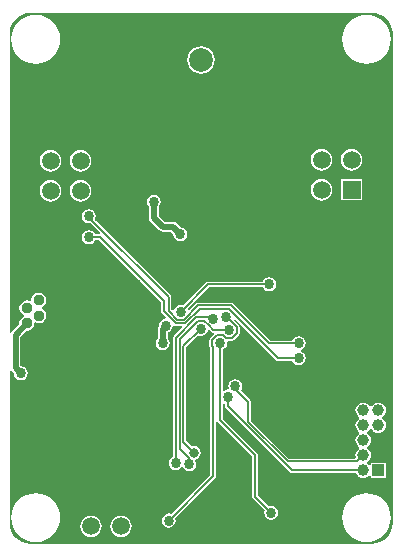
<source format=gbl>
G04 Layer_Physical_Order=2*
G04 Layer_Color=16711680*
%FSLAX24Y24*%
%MOIN*%
G70*
G01*
G75*
%ADD26C,0.0200*%
%ADD28C,0.0060*%
%ADD35R,0.0591X0.0591*%
%ADD36C,0.0591*%
%ADD37R,0.0591X0.0591*%
%ADD39C,0.0787*%
%ADD40C,0.0370*%
%ADD41C,0.0394*%
%ADD42R,0.0394X0.0394*%
%ADD43C,0.0340*%
%ADD44C,0.0320*%
%ADD45O,0.1102X0.0866*%
G36*
X5840Y11489D02*
X5967Y11451D01*
X6084Y11389D01*
X6186Y11305D01*
X6270Y11202D01*
X6333Y11085D01*
X6371Y10959D01*
X6384Y10828D01*
X6384Y10827D01*
Y-5512D01*
X6384Y-5513D01*
X6371Y-5644D01*
X6333Y-5770D01*
X6270Y-5887D01*
X6186Y-5990D01*
X6084Y-6074D01*
X5967Y-6136D01*
X5840Y-6174D01*
X5710Y-6187D01*
X5709Y-6187D01*
X-5709D01*
X-5710Y-6187D01*
X-5840Y-6174D01*
X-5967Y-6136D01*
X-6084Y-6074D01*
X-6186Y-5990D01*
X-6270Y-5887D01*
X-6333Y-5770D01*
X-6371Y-5644D01*
X-6384Y-5513D01*
X-6384Y-5512D01*
Y-427D01*
X-6338Y-396D01*
X-6334Y-396D01*
X-6301Y-445D01*
X-6238Y-509D01*
X-6239Y-512D01*
X-6221Y-601D01*
X-6170Y-678D01*
X-6094Y-728D01*
X-6004Y-746D01*
X-5914Y-728D01*
X-5838Y-678D01*
X-5787Y-601D01*
X-5770Y-512D01*
X-5787Y-422D01*
X-5838Y-346D01*
X-5914Y-295D01*
X-6004Y-277D01*
X-6023Y-233D01*
Y715D01*
X-5823Y915D01*
X-5807Y912D01*
X-5711Y931D01*
X-5630Y985D01*
X-5576Y1066D01*
X-5557Y1161D01*
X-5558Y1163D01*
X-5516Y1191D01*
X-5509Y1186D01*
X-5413Y1167D01*
X-5318Y1186D01*
X-5237Y1241D01*
X-5183Y1322D01*
X-5164Y1417D01*
X-5183Y1513D01*
X-5237Y1594D01*
X-5317Y1648D01*
X-5318Y1653D01*
Y1694D01*
X-5317Y1699D01*
X-5237Y1752D01*
X-5183Y1834D01*
X-5164Y1929D01*
X-5183Y2025D01*
X-5237Y2106D01*
X-5318Y2160D01*
X-5413Y2179D01*
X-5509Y2160D01*
X-5590Y2106D01*
X-5644Y2025D01*
X-5663Y1929D01*
X-5663Y1927D01*
X-5704Y1899D01*
X-5711Y1904D01*
X-5807Y1923D01*
X-5903Y1904D01*
X-5984Y1850D01*
X-6038Y1769D01*
X-6057Y1673D01*
X-6038Y1578D01*
X-5984Y1497D01*
X-5904Y1443D01*
X-5903Y1438D01*
Y1397D01*
X-5904Y1392D01*
X-5984Y1338D01*
X-6038Y1257D01*
X-6057Y1161D01*
X-6054Y1145D01*
X-6301Y898D01*
X-6334Y849D01*
X-6338Y849D01*
X-6384Y880D01*
Y10827D01*
X-6384Y10828D01*
X-6371Y10959D01*
X-6333Y11085D01*
X-6270Y11202D01*
X-6186Y11305D01*
X-6084Y11389D01*
X-5967Y11451D01*
X-5840Y11489D01*
X-5710Y11502D01*
X-5709Y11502D01*
X5709D01*
X5710Y11502D01*
X5840Y11489D01*
D02*
G37*
%LPC*%
G36*
X-3740Y4959D02*
X-3830Y4941D01*
X-3906Y4890D01*
X-3957Y4814D01*
X-3975Y4724D01*
X-3957Y4635D01*
X-3906Y4559D01*
X-3830Y4508D01*
X-3740Y4490D01*
X-3686Y4501D01*
X-3361Y4176D01*
X-3366Y4152D01*
X-3383Y4127D01*
X-3525D01*
X-3574Y4201D01*
X-3650Y4252D01*
X-3740Y4270D01*
X-3830Y4252D01*
X-3906Y4201D01*
X-3957Y4125D01*
X-3975Y4035D01*
X-3957Y3946D01*
X-3906Y3870D01*
X-3830Y3819D01*
X-3740Y3801D01*
X-3650Y3819D01*
X-3574Y3870D01*
X-3525Y3944D01*
X-3410D01*
X-1338Y1871D01*
Y1575D01*
X-1331Y1540D01*
X-1311Y1510D01*
X-1161Y1360D01*
X-1188Y1316D01*
X-1271Y1299D01*
X-1347Y1248D01*
X-1398Y1172D01*
X-1416Y1083D01*
X-1413Y1072D01*
X-1430Y1047D01*
X-1443Y984D01*
Y660D01*
X-1445Y658D01*
X-1496Y582D01*
X-1514Y492D01*
X-1496Y402D01*
X-1445Y326D01*
X-1369Y275D01*
X-1280Y258D01*
X-1190Y275D01*
X-1114Y326D01*
X-1063Y402D01*
X-1045Y492D01*
X-1063Y582D01*
X-1114Y658D01*
X-1116Y660D01*
Y861D01*
X-1091Y866D01*
X-1015Y917D01*
X-964Y993D01*
X-948Y1076D01*
X-920Y1093D01*
X-899Y1099D01*
X-874Y1083D01*
X-839Y1076D01*
X-641D01*
X-622Y1029D01*
X-914Y737D01*
X-934Y708D01*
X-941Y673D01*
Y-3291D01*
X-1015Y-3341D01*
X-1066Y-3417D01*
X-1084Y-3507D01*
X-1066Y-3596D01*
X-1015Y-3672D01*
X-939Y-3723D01*
X-849Y-3741D01*
X-759Y-3723D01*
X-683Y-3672D01*
X-660Y-3638D01*
X-642Y-3636D01*
X-604Y-3643D01*
X-560Y-3709D01*
X-483Y-3760D01*
X-394Y-3778D01*
X-304Y-3760D01*
X-228Y-3709D01*
X-177Y-3633D01*
X-159Y-3543D01*
X-177Y-3454D01*
X-201Y-3418D01*
X-178Y-3362D01*
X-150Y-3357D01*
X-78Y-3308D01*
X-29Y-3235D01*
X-12Y-3150D01*
X-29Y-3064D01*
X-78Y-2991D01*
X-150Y-2942D01*
X-236Y-2925D01*
X-315Y-2941D01*
X-499Y-2757D01*
Y356D01*
X-87Y767D01*
X0Y750D01*
X90Y768D01*
X166Y818D01*
X217Y895D01*
X223Y928D01*
X278Y945D01*
X348Y874D01*
X378Y854D01*
X403Y849D01*
X418Y821D01*
X422Y797D01*
X305Y680D01*
X285Y651D01*
X278Y615D01*
Y400D01*
X285Y365D01*
X305Y335D01*
X312Y328D01*
Y-3889D01*
X-995Y-5196D01*
X-1083Y-5179D01*
X-1172Y-5197D01*
X-1248Y-5248D01*
X-1299Y-5324D01*
X-1317Y-5413D01*
X-1299Y-5503D01*
X-1248Y-5579D01*
X-1172Y-5630D01*
X-1083Y-5648D01*
X-993Y-5630D01*
X-917Y-5579D01*
X-866Y-5503D01*
X-848Y-5413D01*
X-866Y-5326D01*
X469Y-3992D01*
X489Y-3962D01*
X496Y-3927D01*
Y-2126D01*
X519Y-2119D01*
X546Y-2118D01*
X561Y-2141D01*
X1704Y-3284D01*
Y-4613D01*
X1711Y-4648D01*
X1731Y-4678D01*
X2114Y-5062D01*
X2097Y-5149D01*
X2115Y-5239D01*
X2165Y-5315D01*
X2242Y-5366D01*
X2331Y-5384D01*
X2421Y-5366D01*
X2497Y-5315D01*
X2548Y-5239D01*
X2566Y-5149D01*
X2548Y-5059D01*
X2497Y-4983D01*
X2421Y-4932D01*
X2331Y-4915D01*
X2244Y-4932D01*
X1887Y-4575D01*
Y-3246D01*
X1880Y-3211D01*
X1860Y-3181D01*
X718Y-2038D01*
Y-1527D01*
X766Y-1500D01*
X794Y-1518D01*
Y-1601D01*
X801Y-1636D01*
X821Y-1666D01*
X2960Y-3805D01*
X2990Y-3825D01*
X3025Y-3832D01*
X5166D01*
X5181Y-3870D01*
X5222Y-3923D01*
X5276Y-3965D01*
X5338Y-3990D01*
X5406Y-3999D01*
X5473Y-3990D01*
X5535Y-3965D01*
X5589Y-3923D01*
X5599Y-3910D01*
X5649Y-3927D01*
Y-3997D01*
X6162D01*
Y-3483D01*
X5649D01*
Y-3553D01*
X5599Y-3570D01*
X5589Y-3557D01*
X5537Y-3518D01*
X5533Y-3491D01*
Y-3490D01*
X5537Y-3463D01*
X5589Y-3423D01*
X5630Y-3370D01*
X5656Y-3307D01*
X5665Y-3240D01*
X5656Y-3173D01*
X5630Y-3111D01*
X5589Y-3057D01*
X5537Y-3018D01*
X5533Y-2991D01*
Y-2990D01*
X5537Y-2963D01*
X5589Y-2923D01*
X5630Y-2870D01*
X5656Y-2807D01*
X5665Y-2740D01*
X5656Y-2673D01*
X5630Y-2611D01*
X5589Y-2557D01*
X5537Y-2518D01*
X5533Y-2491D01*
Y-2490D01*
X5537Y-2463D01*
X5589Y-2423D01*
X5628Y-2372D01*
X5655Y-2368D01*
X5656D01*
X5683Y-2372D01*
X5722Y-2423D01*
X5776Y-2465D01*
X5838Y-2490D01*
X5906Y-2499D01*
X5973Y-2490D01*
X6035Y-2465D01*
X6089Y-2423D01*
X6130Y-2370D01*
X6156Y-2307D01*
X6165Y-2240D01*
X6156Y-2173D01*
X6130Y-2111D01*
X6089Y-2057D01*
X6037Y-2018D01*
X6033Y-1991D01*
Y-1990D01*
X6037Y-1963D01*
X6089Y-1923D01*
X6130Y-1870D01*
X6156Y-1807D01*
X6165Y-1740D01*
X6156Y-1673D01*
X6130Y-1611D01*
X6089Y-1557D01*
X6035Y-1516D01*
X5973Y-1490D01*
X5906Y-1481D01*
X5838Y-1490D01*
X5776Y-1516D01*
X5722Y-1557D01*
X5683Y-1608D01*
X5656Y-1612D01*
X5655D01*
X5628Y-1608D01*
X5589Y-1557D01*
X5535Y-1516D01*
X5473Y-1490D01*
X5406Y-1481D01*
X5338Y-1490D01*
X5276Y-1516D01*
X5222Y-1557D01*
X5181Y-1611D01*
X5155Y-1673D01*
X5146Y-1740D01*
X5155Y-1807D01*
X5181Y-1870D01*
X5222Y-1923D01*
X5274Y-1963D01*
X5278Y-1990D01*
Y-1991D01*
X5274Y-2018D01*
X5222Y-2057D01*
X5181Y-2111D01*
X5155Y-2173D01*
X5146Y-2240D01*
X5155Y-2307D01*
X5181Y-2370D01*
X5222Y-2423D01*
X5274Y-2463D01*
X5278Y-2490D01*
Y-2491D01*
X5274Y-2518D01*
X5222Y-2557D01*
X5181Y-2611D01*
X5155Y-2673D01*
X5146Y-2740D01*
X5155Y-2807D01*
X5181Y-2870D01*
X5222Y-2923D01*
X5274Y-2963D01*
X5278Y-2990D01*
Y-2991D01*
X5274Y-3018D01*
X5222Y-3057D01*
X5181Y-3111D01*
X5155Y-3173D01*
X5146Y-3240D01*
X5155Y-3303D01*
X5154Y-3309D01*
X5120Y-3353D01*
X2938D01*
X1667Y-2082D01*
Y-1452D01*
X1660Y-1417D01*
X1640Y-1388D01*
X1330Y-1078D01*
X1358Y-1035D01*
X1376Y-945D01*
X1358Y-855D01*
X1308Y-779D01*
X1231Y-728D01*
X1142Y-710D01*
X1052Y-728D01*
X976Y-779D01*
X925Y-855D01*
X907Y-945D01*
X918Y-1001D01*
X886Y-1045D01*
X880Y-1046D01*
X796Y-1063D01*
X768Y-1082D01*
X718Y-1055D01*
Y291D01*
X720Y291D01*
X796Y342D01*
X847Y418D01*
X864Y508D01*
X856Y548D01*
X888Y587D01*
X1042D01*
X1077Y594D01*
X1107Y614D01*
X1259Y766D01*
X1279Y796D01*
X1286Y831D01*
Y1046D01*
X1279Y1081D01*
X1259Y1111D01*
X1089Y1281D01*
X1089Y1283D01*
X1145Y1298D01*
X2508Y-65D01*
X2537Y-85D01*
X2572Y-92D01*
X3033D01*
X3082Y-166D01*
X3158Y-217D01*
X3248Y-235D01*
X3338Y-217D01*
X3414Y-166D01*
X3465Y-90D01*
X3483Y0D01*
X3465Y90D01*
X3414Y166D01*
X3338Y217D01*
X3318Y221D01*
Y272D01*
X3338Y275D01*
X3414Y326D01*
X3465Y402D01*
X3483Y492D01*
X3465Y582D01*
X3414Y658D01*
X3338Y709D01*
X3248Y727D01*
X3158Y709D01*
X3082Y658D01*
X3033Y584D01*
X2302D01*
X1063Y1823D01*
X1033Y1843D01*
X998Y1850D01*
X-103D01*
X-138Y1843D01*
X-168Y1823D01*
X-387Y1603D01*
X-441Y1619D01*
X-448Y1651D01*
X270Y2369D01*
X2048D01*
X2098Y2295D01*
X2174Y2244D01*
X2264Y2226D01*
X2354Y2244D01*
X2430Y2295D01*
X2480Y2371D01*
X2498Y2461D01*
X2480Y2550D01*
X2430Y2626D01*
X2354Y2677D01*
X2264Y2695D01*
X2174Y2677D01*
X2098Y2626D01*
X2048Y2552D01*
X232D01*
X197Y2545D01*
X167Y2526D01*
X-594Y1765D01*
X-681Y1782D01*
X-771Y1764D01*
X-847Y1713D01*
X-898Y1637D01*
X-905Y1604D01*
X-954Y1589D01*
X-991Y1621D01*
Y2028D01*
X-998Y2063D01*
X-1018Y2093D01*
X-3538Y4613D01*
X-3523Y4635D01*
X-3506Y4724D01*
X-3523Y4814D01*
X-3574Y4890D01*
X-3650Y4941D01*
X-3740Y4959D01*
D02*
G37*
G36*
X-1575Y5451D02*
X-1665Y5433D01*
X-1741Y5382D01*
X-1791Y5306D01*
X-1809Y5217D01*
X-1791Y5127D01*
X-1741Y5051D01*
X-1738Y5049D01*
Y4675D01*
X-1726Y4613D01*
X-1690Y4560D01*
X-1395Y4265D01*
X-1342Y4229D01*
X-1280Y4217D01*
X-1003D01*
X-923Y4137D01*
X-923Y4134D01*
X-906Y4044D01*
X-855Y3968D01*
X-779Y3917D01*
X-689Y3899D01*
X-599Y3917D01*
X-523Y3968D01*
X-472Y4044D01*
X-454Y4134D01*
X-472Y4224D01*
X-523Y4300D01*
X-599Y4351D01*
X-689Y4368D01*
X-692Y4368D01*
X-820Y4495D01*
X-873Y4531D01*
X-935Y4543D01*
X-1212D01*
X-1412Y4743D01*
Y5049D01*
X-1409Y5051D01*
X-1358Y5127D01*
X-1340Y5217D01*
X-1358Y5306D01*
X-1409Y5382D01*
X-1485Y5433D01*
X-1575Y5451D01*
D02*
G37*
G36*
X-4020Y5937D02*
X-4112Y5925D01*
X-4199Y5889D01*
X-4273Y5832D01*
X-4330Y5758D01*
X-4366Y5671D01*
X-4378Y5579D01*
X-4366Y5486D01*
X-4330Y5400D01*
X-4273Y5325D01*
X-4199Y5268D01*
X-4112Y5233D01*
X-4020Y5220D01*
X-3927Y5233D01*
X-3841Y5268D01*
X-3766Y5325D01*
X-3709Y5400D01*
X-3674Y5486D01*
X-3661Y5579D01*
X-3674Y5671D01*
X-3709Y5758D01*
X-3766Y5832D01*
X-3841Y5889D01*
X-3927Y5925D01*
X-4020Y5937D01*
D02*
G37*
G36*
X-5020D02*
X-5112Y5925D01*
X-5199Y5889D01*
X-5273Y5832D01*
X-5330Y5758D01*
X-5366Y5671D01*
X-5378Y5579D01*
X-5366Y5486D01*
X-5330Y5400D01*
X-5273Y5325D01*
X-5199Y5268D01*
X-5112Y5233D01*
X-5020Y5220D01*
X-4927Y5233D01*
X-4841Y5268D01*
X-4766Y5325D01*
X-4709Y5400D01*
X-4674Y5486D01*
X-4661Y5579D01*
X-4674Y5671D01*
X-4709Y5758D01*
X-4766Y5832D01*
X-4841Y5889D01*
X-4927Y5925D01*
X-5020Y5937D01*
D02*
G37*
G36*
X5512Y-4501D02*
X5353Y-4517D01*
X5200Y-4563D01*
X5060Y-4638D01*
X4936Y-4739D01*
X4835Y-4863D01*
X4760Y-5003D01*
X4714Y-5156D01*
X4698Y-5315D01*
X4714Y-5474D01*
X4760Y-5626D01*
X4835Y-5767D01*
X4936Y-5890D01*
X5060Y-5992D01*
X5200Y-6067D01*
X5353Y-6113D01*
X5512Y-6129D01*
X5671Y-6113D01*
X5823Y-6067D01*
X5964Y-5992D01*
X6087Y-5890D01*
X6189Y-5767D01*
X6264Y-5626D01*
X6310Y-5474D01*
X6326Y-5315D01*
X6310Y-5156D01*
X6264Y-5003D01*
X6189Y-4863D01*
X6087Y-4739D01*
X5964Y-4638D01*
X5823Y-4563D01*
X5671Y-4517D01*
X5512Y-4501D01*
D02*
G37*
G36*
X-5512D02*
X-5671Y-4517D01*
X-5823Y-4563D01*
X-5964Y-4638D01*
X-6087Y-4739D01*
X-6189Y-4863D01*
X-6264Y-5003D01*
X-6310Y-5156D01*
X-6326Y-5315D01*
X-6310Y-5474D01*
X-6264Y-5626D01*
X-6189Y-5767D01*
X-6087Y-5890D01*
X-5964Y-5992D01*
X-5823Y-6067D01*
X-5671Y-6113D01*
X-5512Y-6129D01*
X-5353Y-6113D01*
X-5200Y-6067D01*
X-5060Y-5992D01*
X-4936Y-5890D01*
X-4835Y-5767D01*
X-4760Y-5626D01*
X-4714Y-5474D01*
X-4698Y-5315D01*
X-4714Y-5156D01*
X-4760Y-5003D01*
X-4835Y-4863D01*
X-4936Y-4739D01*
X-5060Y-4638D01*
X-5200Y-4563D01*
X-5353Y-4517D01*
X-5512Y-4501D01*
D02*
G37*
G36*
X-2673Y-5252D02*
X-2766Y-5264D01*
X-2852Y-5300D01*
X-2927Y-5357D01*
X-2984Y-5431D01*
X-3019Y-5517D01*
X-3032Y-5610D01*
X-3019Y-5703D01*
X-2984Y-5789D01*
X-2927Y-5864D01*
X-2852Y-5921D01*
X-2766Y-5956D01*
X-2673Y-5969D01*
X-2580Y-5956D01*
X-2494Y-5921D01*
X-2420Y-5864D01*
X-2363Y-5789D01*
X-2327Y-5703D01*
X-2315Y-5610D01*
X-2327Y-5517D01*
X-2363Y-5431D01*
X-2420Y-5357D01*
X-2494Y-5300D01*
X-2580Y-5264D01*
X-2673Y-5252D01*
D02*
G37*
G36*
X-3673D02*
X-3766Y-5264D01*
X-3852Y-5300D01*
X-3927Y-5357D01*
X-3984Y-5431D01*
X-4019Y-5517D01*
X-4032Y-5610D01*
X-4019Y-5703D01*
X-3984Y-5789D01*
X-3927Y-5864D01*
X-3852Y-5921D01*
X-3766Y-5956D01*
X-3673Y-5969D01*
X-3580Y-5956D01*
X-3494Y-5921D01*
X-3420Y-5864D01*
X-3363Y-5789D01*
X-3327Y-5703D01*
X-3315Y-5610D01*
X-3327Y-5517D01*
X-3363Y-5431D01*
X-3420Y-5357D01*
X-3494Y-5300D01*
X-3580Y-5264D01*
X-3673Y-5252D01*
D02*
G37*
G36*
X4020Y5969D02*
X3927Y5956D01*
X3841Y5921D01*
X3766Y5864D01*
X3709Y5789D01*
X3674Y5703D01*
X3661Y5610D01*
X3674Y5517D01*
X3709Y5431D01*
X3766Y5357D01*
X3841Y5300D01*
X3927Y5264D01*
X4020Y5252D01*
X4112Y5264D01*
X4199Y5300D01*
X4273Y5357D01*
X4330Y5431D01*
X4366Y5517D01*
X4378Y5610D01*
X4366Y5703D01*
X4330Y5789D01*
X4273Y5864D01*
X4199Y5921D01*
X4112Y5956D01*
X4020Y5969D01*
D02*
G37*
G36*
X0Y10399D02*
X-118Y10383D01*
X-229Y10337D01*
X-324Y10265D01*
X-396Y10170D01*
X-442Y10059D01*
X-458Y9941D01*
X-442Y9822D01*
X-396Y9712D01*
X-324Y9617D01*
X-229Y9545D01*
X-118Y9499D01*
X0Y9483D01*
X118Y9499D01*
X229Y9545D01*
X324Y9617D01*
X396Y9712D01*
X442Y9822D01*
X458Y9941D01*
X442Y10059D01*
X396Y10170D01*
X324Y10265D01*
X229Y10337D01*
X118Y10383D01*
X0Y10399D01*
D02*
G37*
G36*
X5020Y6969D02*
X4927Y6956D01*
X4841Y6921D01*
X4766Y6864D01*
X4709Y6789D01*
X4674Y6703D01*
X4661Y6610D01*
X4674Y6517D01*
X4709Y6431D01*
X4766Y6357D01*
X4841Y6300D01*
X4927Y6264D01*
X5020Y6252D01*
X5112Y6264D01*
X5199Y6300D01*
X5273Y6357D01*
X5330Y6431D01*
X5366Y6517D01*
X5378Y6610D01*
X5366Y6703D01*
X5330Y6789D01*
X5273Y6864D01*
X5199Y6921D01*
X5112Y6956D01*
X5020Y6969D01*
D02*
G37*
G36*
X5512Y11444D02*
X5353Y11428D01*
X5200Y11382D01*
X5060Y11307D01*
X4936Y11205D01*
X4835Y11082D01*
X4760Y10941D01*
X4714Y10789D01*
X4698Y10630D01*
X4714Y10471D01*
X4760Y10318D01*
X4835Y10178D01*
X4936Y10054D01*
X5060Y9953D01*
X5200Y9878D01*
X5353Y9832D01*
X5512Y9816D01*
X5671Y9832D01*
X5823Y9878D01*
X5964Y9953D01*
X6087Y10054D01*
X6189Y10178D01*
X6264Y10318D01*
X6310Y10471D01*
X6326Y10630D01*
X6310Y10789D01*
X6264Y10941D01*
X6189Y11082D01*
X6087Y11205D01*
X5964Y11307D01*
X5823Y11382D01*
X5671Y11428D01*
X5512Y11444D01*
D02*
G37*
G36*
X-5512D02*
X-5671Y11428D01*
X-5823Y11382D01*
X-5964Y11307D01*
X-6087Y11205D01*
X-6189Y11082D01*
X-6264Y10941D01*
X-6310Y10789D01*
X-6326Y10630D01*
X-6310Y10471D01*
X-6264Y10318D01*
X-6189Y10178D01*
X-6087Y10054D01*
X-5964Y9953D01*
X-5823Y9878D01*
X-5671Y9832D01*
X-5512Y9816D01*
X-5353Y9832D01*
X-5200Y9878D01*
X-5060Y9953D01*
X-4936Y10054D01*
X-4835Y10178D01*
X-4760Y10318D01*
X-4714Y10471D01*
X-4698Y10630D01*
X-4714Y10789D01*
X-4760Y10941D01*
X-4835Y11082D01*
X-4936Y11205D01*
X-5060Y11307D01*
X-5200Y11382D01*
X-5353Y11428D01*
X-5512Y11444D01*
D02*
G37*
G36*
X-5020Y6937D02*
X-5112Y6925D01*
X-5199Y6889D01*
X-5273Y6832D01*
X-5330Y6758D01*
X-5366Y6671D01*
X-5378Y6579D01*
X-5366Y6486D01*
X-5330Y6400D01*
X-5273Y6325D01*
X-5199Y6268D01*
X-5112Y6233D01*
X-5020Y6220D01*
X-4927Y6233D01*
X-4841Y6268D01*
X-4766Y6325D01*
X-4709Y6400D01*
X-4674Y6486D01*
X-4661Y6579D01*
X-4674Y6671D01*
X-4709Y6758D01*
X-4766Y6832D01*
X-4841Y6889D01*
X-4927Y6925D01*
X-5020Y6937D01*
D02*
G37*
G36*
X5375Y5966D02*
X4664D01*
Y5255D01*
X5375D01*
Y5966D01*
D02*
G37*
G36*
X4020Y6969D02*
X3927Y6956D01*
X3841Y6921D01*
X3766Y6864D01*
X3709Y6789D01*
X3674Y6703D01*
X3661Y6610D01*
X3674Y6517D01*
X3709Y6431D01*
X3766Y6357D01*
X3841Y6300D01*
X3927Y6264D01*
X4020Y6252D01*
X4112Y6264D01*
X4199Y6300D01*
X4273Y6357D01*
X4330Y6431D01*
X4366Y6517D01*
X4378Y6610D01*
X4366Y6703D01*
X4330Y6789D01*
X4273Y6864D01*
X4199Y6921D01*
X4112Y6956D01*
X4020Y6969D01*
D02*
G37*
G36*
X-4020Y6937D02*
X-4112Y6925D01*
X-4199Y6889D01*
X-4273Y6832D01*
X-4330Y6758D01*
X-4366Y6671D01*
X-4378Y6579D01*
X-4366Y6486D01*
X-4330Y6400D01*
X-4273Y6325D01*
X-4199Y6268D01*
X-4112Y6233D01*
X-4020Y6220D01*
X-3927Y6233D01*
X-3841Y6268D01*
X-3766Y6325D01*
X-3709Y6400D01*
X-3674Y6486D01*
X-3661Y6579D01*
X-3674Y6671D01*
X-3709Y6758D01*
X-3766Y6832D01*
X-3841Y6889D01*
X-3927Y6925D01*
X-4020Y6937D01*
D02*
G37*
%LPD*%
D26*
X-1280Y4380D02*
X-935D01*
X-1575Y4675D02*
Y5217D01*
Y4675D02*
Y4724D01*
Y4675D02*
X-1280Y4380D01*
X-935D02*
X-689Y4134D01*
X-6186Y783D02*
X-5807Y1161D01*
X-6186Y-330D02*
Y783D01*
Y-330D02*
X-6004Y-512D01*
X-1280Y492D02*
Y984D01*
X-1181Y1083D01*
D28*
X-1246Y1575D02*
Y1909D01*
X-3372Y4035D02*
X-1246Y1909D01*
X-3740Y4035D02*
X-3372D01*
X-3740Y4685D02*
X-1083Y2028D01*
X-3740Y4685D02*
Y4724D01*
X5201Y-3445D02*
X5406Y-3240D01*
X1575Y-2120D02*
Y-1452D01*
X2900Y-3445D02*
X5201D01*
X1575Y-2120D02*
X2900Y-3445D01*
X3025Y-3740D02*
X5406D01*
X1142Y-1019D02*
Y-945D01*
Y-1019D02*
X1575Y-1452D01*
X886Y-1601D02*
Y-1280D01*
Y-1601D02*
X3025Y-3740D01*
X626Y-2076D02*
X1795Y-3246D01*
Y-4613D02*
X2331Y-5149D01*
X1795Y-4613D02*
Y-3246D01*
X-1083Y-5413D02*
X404Y-3927D01*
X626Y-2076D02*
Y504D01*
X1194Y831D02*
Y1046D01*
X1042Y679D02*
X1194Y831D01*
X827Y679D02*
X1042D01*
X738Y768D02*
X827Y679D01*
X522Y768D02*
X738D01*
X626Y504D02*
X630Y508D01*
X863Y1378D02*
X1194Y1046D01*
X370Y615D02*
X522Y768D01*
X827Y1378D02*
X863D01*
X232Y2461D02*
X2264D01*
X413Y939D02*
X934D01*
X-108Y1244D02*
X108D01*
X-157Y1364D02*
X355D01*
X-53Y1638D02*
X934D01*
X-103Y1758D02*
X998D01*
X934Y1638D02*
X2572Y0D01*
X998Y1758D02*
X2264Y492D01*
X3248D01*
X2572Y0D02*
X3248D01*
X404Y-3927D02*
Y366D01*
X370Y400D02*
X404Y366D01*
X370Y400D02*
Y615D01*
X-574Y1287D02*
X-103Y1758D01*
X108Y1244D02*
X260Y1092D01*
Y1092D02*
Y1092D01*
Y1092D02*
X413Y939D01*
X355Y1364D02*
X407Y1313D01*
X-849Y673D02*
X-157Y1364D01*
X-524Y1167D02*
X-53Y1638D01*
X-681Y1547D02*
X232Y2461D01*
X-789Y1287D02*
X-574D01*
X-839Y1167D02*
X-524D01*
X-1083Y1581D02*
X-789Y1287D01*
X-1246Y1575D02*
X-839Y1167D01*
X-1083Y1581D02*
Y2028D01*
X-711Y641D02*
X-108Y1244D01*
X-591Y-2795D02*
X-236Y-3150D01*
X-394Y-3543D02*
Y-3346D01*
X-711Y-3029D02*
X-394Y-3346D01*
X-591Y394D02*
X0Y984D01*
X-849Y-3507D02*
Y673D01*
X-711Y-3029D02*
Y641D01*
X-591Y-2795D02*
Y394D01*
D35*
X5020Y5610D02*
D03*
X-5020Y7579D02*
D03*
D36*
X4020Y5610D02*
D03*
X5020Y6610D02*
D03*
X4020D02*
D03*
X5020Y7610D02*
D03*
X4020D02*
D03*
X-2673Y-5610D02*
D03*
X-3673D02*
D03*
X-5720Y266D02*
D03*
Y3081D02*
D03*
X-4020Y7579D02*
D03*
X-5020Y6579D02*
D03*
X-4020D02*
D03*
X-5020Y5579D02*
D03*
X-4020D02*
D03*
D37*
X-1673Y-5610D02*
D03*
D39*
X0Y9941D02*
D03*
D40*
X-5807Y2185D02*
D03*
Y1673D02*
D03*
Y1161D02*
D03*
X-5413Y1417D02*
D03*
Y1929D02*
D03*
D41*
X5406Y-1740D02*
D03*
X5906D02*
D03*
X5406Y-2240D02*
D03*
X5906D02*
D03*
X5406Y-2740D02*
D03*
X5906D02*
D03*
X5406Y-3240D02*
D03*
X5906D02*
D03*
X5406Y-3740D02*
D03*
D42*
X5906D02*
D03*
D43*
X-3937Y-3937D02*
D03*
X3150Y2461D02*
D03*
X1772Y2953D02*
D03*
X4921D02*
D03*
X3445Y-5807D02*
D03*
X1969D02*
D03*
X4921Y-4429D02*
D03*
Y-2953D02*
D03*
X-1969Y-4921D02*
D03*
X-4528Y-1673D02*
D03*
Y6102D02*
D03*
X-4823Y1969D02*
D03*
X-4921Y0D02*
D03*
X-689Y8169D02*
D03*
X1476Y8071D02*
D03*
X-3740Y4035D02*
D03*
X-3740Y4724D02*
D03*
X-1575Y5217D02*
D03*
X-689Y4134D02*
D03*
X2331Y-5149D02*
D03*
X4429Y-1673D02*
D03*
X3248Y-2894D02*
D03*
X-1870Y-2461D02*
D03*
X-3642Y-3346D02*
D03*
X-4429Y-886D02*
D03*
X-6004Y-512D02*
D03*
X1870Y8071D02*
D03*
X1083D02*
D03*
X1142Y-945D02*
D03*
X-1083Y-5413D02*
D03*
X886Y-1280D02*
D03*
X-1181Y-3740D02*
D03*
X-849Y-3507D02*
D03*
X-394Y-3543D02*
D03*
X144Y-3578D02*
D03*
X1181Y-4154D02*
D03*
X-236Y5177D02*
D03*
X236D02*
D03*
X244Y5650D02*
D03*
X934Y939D02*
D03*
X630Y508D02*
D03*
X2264Y2461D02*
D03*
X827Y1378D02*
D03*
X3602Y1083D02*
D03*
X3248Y492D02*
D03*
Y0D02*
D03*
X-1575Y3937D02*
D03*
X335Y3248D02*
D03*
X1378Y4035D02*
D03*
X2953Y5709D02*
D03*
X-1909Y6201D02*
D03*
X-886Y6594D02*
D03*
X-236Y5650D02*
D03*
X-1240Y7874D02*
D03*
X-1929D02*
D03*
X-2618D02*
D03*
X2461Y8071D02*
D03*
Y7382D02*
D03*
X-2815Y2461D02*
D03*
X407Y1313D02*
D03*
X0Y984D02*
D03*
X-681Y1547D02*
D03*
X-2165Y2461D02*
D03*
Y3937D02*
D03*
X-2992Y7382D02*
D03*
X-1280Y492D02*
D03*
X-1181Y1083D02*
D03*
X-2559Y-2461D02*
D03*
X-1969Y-3937D02*
D03*
X-2953D02*
D03*
X-591Y-5807D02*
D03*
X-4331Y-5906D02*
D03*
X-6102Y-4331D02*
D03*
X-1378Y-394D02*
D03*
Y-1378D02*
D03*
X0Y-787D02*
D03*
Y0D02*
D03*
X-6142Y2657D02*
D03*
X-3346Y295D02*
D03*
X-5286Y2657D02*
D03*
X-6102Y3937D02*
D03*
Y5906D02*
D03*
Y7874D02*
D03*
X-5906Y8858D02*
D03*
X-4921D02*
D03*
X-2953Y9843D02*
D03*
X-1969D02*
D03*
X-2953Y10827D02*
D03*
X-1969D02*
D03*
X-3937D02*
D03*
Y9843D02*
D03*
X2953Y10827D02*
D03*
X1969Y10827D02*
D03*
X2953Y8858D02*
D03*
X3937Y9843D02*
D03*
Y10827D02*
D03*
Y8858D02*
D03*
X4921D02*
D03*
X5906D02*
D03*
X-1969D02*
D03*
X-2953D02*
D03*
X-3937D02*
D03*
X1969Y9843D02*
D03*
X2953D02*
D03*
X1969Y8858D02*
D03*
X5906Y7874D02*
D03*
Y5906D02*
D03*
Y3445D02*
D03*
Y1969D02*
D03*
Y0D02*
D03*
X4921D02*
D03*
X3937Y1969D02*
D03*
X3740Y2953D02*
D03*
X5906Y984D02*
D03*
X2953Y3937D02*
D03*
Y4921D02*
D03*
D44*
X-236Y-3150D02*
D03*
D45*
X-1000Y8941D02*
D03*
X1000D02*
D03*
Y10941D02*
D03*
X-1000D02*
D03*
M02*

</source>
